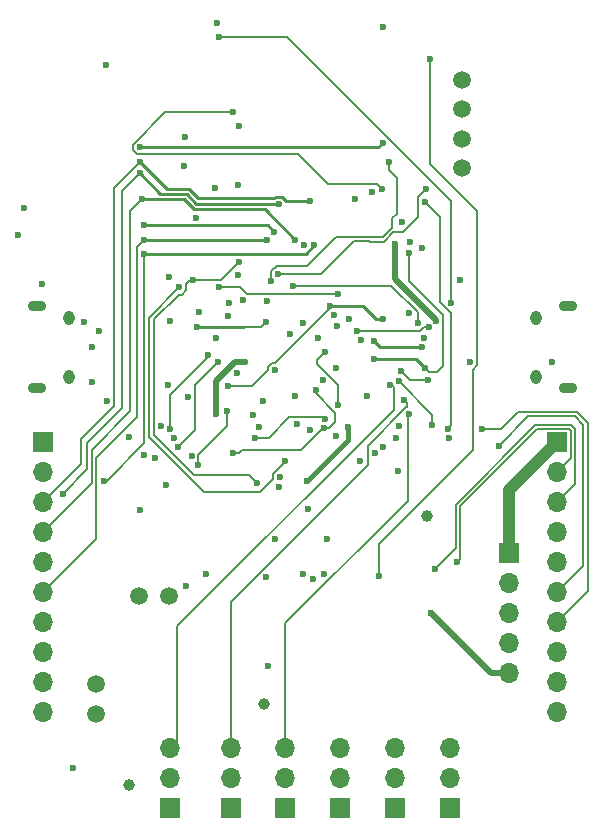
<source format=gbr>
%TF.GenerationSoftware,KiCad,Pcbnew,8.0.2*%
%TF.CreationDate,2024-08-20T16:45:35-03:00*%
%TF.ProjectId,dough,646f7567-682e-46b6-9963-61645f706362,rev?*%
%TF.SameCoordinates,Original*%
%TF.FileFunction,Copper,L3,Inr*%
%TF.FilePolarity,Positive*%
%FSLAX46Y46*%
G04 Gerber Fmt 4.6, Leading zero omitted, Abs format (unit mm)*
G04 Created by KiCad (PCBNEW 8.0.2) date 2024-08-20 16:45:35*
%MOMM*%
%LPD*%
G01*
G04 APERTURE LIST*
%TA.AperFunction,ComponentPad*%
%ADD10C,1.500000*%
%TD*%
%TA.AperFunction,ComponentPad*%
%ADD11R,1.700000X1.700000*%
%TD*%
%TA.AperFunction,ComponentPad*%
%ADD12O,1.700000X1.700000*%
%TD*%
%TA.AperFunction,ComponentPad*%
%ADD13C,1.498600*%
%TD*%
%TA.AperFunction,ComponentPad*%
%ADD14O,1.550000X0.890000*%
%TD*%
%TA.AperFunction,ComponentPad*%
%ADD15O,0.950000X1.250000*%
%TD*%
%TA.AperFunction,ViaPad*%
%ADD16C,0.600000*%
%TD*%
%TA.AperFunction,ViaPad*%
%ADD17C,1.000000*%
%TD*%
%TA.AperFunction,Conductor*%
%ADD18C,0.150000*%
%TD*%
%TA.AperFunction,Conductor*%
%ADD19C,0.200000*%
%TD*%
%TA.AperFunction,Conductor*%
%ADD20C,0.250000*%
%TD*%
%TA.AperFunction,Conductor*%
%ADD21C,0.400000*%
%TD*%
%TA.AperFunction,Conductor*%
%ADD22C,1.000000*%
%TD*%
%TA.AperFunction,Conductor*%
%ADD23C,0.500000*%
%TD*%
G04 APERTURE END LIST*
D10*
%TO.N,GND*%
%TO.C,J1*%
X111470000Y-86970200D03*
%TO.N,Net-(D2-K)*%
X108930000Y-86970200D03*
%TD*%
%TO.N,GND*%
%TO.C,J13*%
X105329801Y-96965100D03*
%TO.N,Net-(J13-Pad2)*%
X105329801Y-94425100D03*
%TD*%
D11*
%TO.N,GND*%
%TO.C,J7*%
X126000000Y-104925000D03*
D12*
%TO.N,Net-(J7-Pin_2)*%
X126000000Y-102385000D03*
%TO.N,SER_3*%
X126000000Y-99845000D03*
%TD*%
D11*
%TO.N,GND*%
%TO.C,J6*%
X130650000Y-104925000D03*
D12*
%TO.N,Net-(J6-Pin_2)*%
X130650000Y-102385000D03*
%TO.N,SER_2*%
X130650000Y-99845000D03*
%TD*%
D11*
%TO.N,GND*%
%TO.C,J12*%
X100800000Y-73975000D03*
D12*
%TO.N,SPI_BIT2*%
X100800000Y-76515000D03*
%TO.N,SPI0_MISO*%
X100800000Y-79055000D03*
%TO.N,SPI0_CLK*%
X100800000Y-81595000D03*
%TO.N,SPI0_MOSI*%
X100800000Y-84135000D03*
%TO.N,SPI_BIT3*%
X100800000Y-86675000D03*
%TO.N,SPI0_CS2*%
X100800000Y-89215000D03*
%TO.N,GPIO6_esp*%
X100800000Y-91755000D03*
%TO.N,CANH*%
X100800000Y-94295000D03*
%TO.N,CANL*%
X100800000Y-96835000D03*
%TD*%
D11*
%TO.N,GND*%
%TO.C,J4*%
X111600000Y-104925000D03*
D12*
%TO.N,Net-(J4-Pin_2)*%
X111600000Y-102385000D03*
%TO.N,SER_6*%
X111600000Y-99845000D03*
%TD*%
D11*
%TO.N,GND*%
%TO.C,J9*%
X116700000Y-104925000D03*
D12*
%TO.N,Net-(J9-Pin_2)*%
X116700000Y-102385000D03*
%TO.N,SER_5*%
X116700000Y-99845000D03*
%TD*%
D13*
%TO.N,GND*%
%TO.C,U11*%
X136308000Y-43271100D03*
%TO.N,UART1_RX*%
X136308000Y-45760300D03*
%TO.N,UART1_TX*%
X136308000Y-48249500D03*
%TO.N,+3V3*%
X136308000Y-50738700D03*
%TD*%
D11*
%TO.N,GND*%
%TO.C,J8*%
X121350000Y-104925000D03*
D12*
%TO.N,Net-(J8-Pin_2)*%
X121350000Y-102385000D03*
%TO.N,SER_4*%
X121350000Y-99845000D03*
%TD*%
D11*
%TO.N,GND*%
%TO.C,J5*%
X135300000Y-104925000D03*
D12*
%TO.N,Net-(J5-Pin_2)*%
X135300000Y-102385000D03*
%TO.N,SER_1*%
X135300000Y-99845000D03*
%TD*%
D14*
%TO.N,GND*%
%TO.C,J10*%
X145300000Y-69400000D03*
D15*
X142600000Y-68400000D03*
X142600000Y-63400000D03*
D14*
X145300000Y-62400000D03*
%TD*%
D11*
%TO.N,GND*%
%TO.C,J2*%
X140300000Y-83325000D03*
D12*
%TO.N,+3V3*%
X140300000Y-85865000D03*
%TO.N,SDA0*%
X140300000Y-88405000D03*
%TO.N,SCL0*%
X140300000Y-90945000D03*
%TO.N,+5V*%
X140300000Y-93485000D03*
%TD*%
D11*
%TO.N,GND*%
%TO.C,J11*%
X144300000Y-73975000D03*
D12*
%TO.N,ADC0*%
X144300000Y-76515000D03*
%TO.N,ADC1*%
X144300000Y-79055000D03*
%TO.N,unconnected-(J11-Pin_4-Pad4)*%
X144300000Y-81595000D03*
%TO.N,GPIO15*%
X144300000Y-84135000D03*
%TO.N,GPIO16*%
X144300000Y-86675000D03*
%TO.N,GPIO17*%
X144300000Y-89215000D03*
%TO.N,GPIO18*%
X144300000Y-91755000D03*
%TO.N,+5V*%
X144300000Y-94295000D03*
%TO.N,+3V3*%
X144300000Y-96835000D03*
%TD*%
D14*
%TO.N,GND*%
%TO.C,J3*%
X100300000Y-62400000D03*
D15*
X103000000Y-63400000D03*
X103000000Y-68400000D03*
D14*
X100300000Y-69400000D03*
%TD*%
D16*
%TO.N,SDA1*%
X124700000Y-71966929D03*
%TO.N,GND*%
X116421402Y-71291772D03*
X116550000Y-62150000D03*
X113975000Y-75850000D03*
X132900000Y-57500000D03*
X126617013Y-72638443D03*
X114600000Y-85100000D03*
X123200000Y-77200000D03*
D17*
X119500000Y-96100000D03*
D16*
X117400000Y-47200000D03*
X120461965Y-67838035D03*
X123300000Y-79600000D03*
%TO.N,+5V*%
X133700000Y-88400000D03*
X134125000Y-63700000D03*
X130600000Y-57200000D03*
D17*
X108100000Y-103000000D03*
D16*
X119900000Y-92900000D03*
X103400000Y-101500000D03*
X112900000Y-86100000D03*
%TO.N,+3V3*%
X128225000Y-70009880D03*
X120500000Y-82187200D03*
X116500000Y-63300000D03*
X117900000Y-67201200D03*
X131774999Y-62988172D03*
X115500000Y-71600000D03*
X115592800Y-38448400D03*
X119458578Y-70458578D03*
D17*
X133300000Y-80200000D03*
D16*
X123459135Y-72957600D03*
X121725735Y-64825735D03*
%TO.N,+1V1*%
X125737734Y-64150548D03*
X122196800Y-70046000D03*
%TO.N,ADC3*%
X113400000Y-75100000D03*
%TO.N,ADC_VREF*%
X117269200Y-68064800D03*
%TO.N,SDA1*%
X119780535Y-62000000D03*
X125840760Y-70800389D03*
X112829492Y-48147232D03*
X130700000Y-73602000D03*
X135200000Y-73602000D03*
X118800000Y-73572647D03*
X112800000Y-50552258D03*
X124671050Y-66301200D03*
%TO.N,SCL1*%
X129600000Y-74400000D03*
X116932842Y-74900000D03*
X117793413Y-61906587D03*
X124638388Y-72764554D03*
X123900000Y-69500000D03*
%TO.N,SER_1*%
X125596244Y-67700748D03*
X129600000Y-38800000D03*
%TO.N,SER_2*%
X133600000Y-41500000D03*
X129300000Y-85300000D03*
X125650000Y-73450000D03*
%TO.N,SER_3*%
X122900000Y-57300000D03*
X122800000Y-63900000D03*
X124543413Y-68656587D03*
%TO.N,SER_4*%
X128700000Y-52800000D03*
X131200000Y-55300000D03*
X131813515Y-71600588D03*
%TO.N,SWCLK*%
X125471224Y-63200000D03*
%TO.N,SWD*%
X124105362Y-65169830D03*
%TO.N,SER_5*%
X131424265Y-70375735D03*
%TO.N,LED_R*%
X111500000Y-60000000D03*
X99200000Y-54100000D03*
%TO.N,LED_G*%
X113900000Y-64200000D03*
X98700000Y-56400000D03*
X119703476Y-63792318D03*
%TO.N,LED_B*%
X111600000Y-63700000D03*
X100700000Y-60600000D03*
%TO.N,BMI_INT2*%
X127700000Y-75548528D03*
%TO.N,BMI_INT1*%
X130900000Y-76354844D03*
%TO.N,Net-(U2-XIN)*%
X126700000Y-63500000D03*
%TO.N,USB1_D-*%
X105600000Y-64500000D03*
X120900000Y-76900000D03*
%TO.N,USB1_D+*%
X120774400Y-77767600D03*
X105000000Y-65900000D03*
%TO.N,Net-(U8-SDO)*%
X130934400Y-72586000D03*
%TO.N,Net-(D4-A)*%
X143900000Y-67200000D03*
%TO.N,Net-(D8-A)*%
X105000000Y-68900000D03*
%TO.N,ESP32_RST*%
X106123058Y-42023058D03*
X127786135Y-65321684D03*
%TO.N,Net-(D9-A)*%
X137000000Y-67200000D03*
%TO.N,Net-(Q1-S)*%
X135350000Y-62150000D03*
X115694400Y-39667600D03*
%TO.N,SPI0_CLK*%
X122200000Y-56800000D03*
X109200000Y-53400000D03*
%TO.N,Net-(D6-A)*%
X104300000Y-63800000D03*
%TO.N,SPI_CS*%
X120395248Y-56147520D03*
X109400000Y-55600000D03*
%TO.N,USB2_D+*%
X117400000Y-58700000D03*
X118900000Y-77400000D03*
X113500000Y-60200000D03*
%TO.N,USB2_D-*%
X121354235Y-75570351D03*
X117324265Y-59824265D03*
X112350000Y-60850000D03*
%TO.N,SD_CD*%
X129600000Y-48600000D03*
X109000000Y-49000000D03*
%TO.N,SPI_BIT3*%
X109400000Y-56800000D03*
X119800000Y-56800000D03*
%TO.N,SPI0_MISO*%
X123400000Y-53500000D03*
X109000000Y-50200000D03*
%TO.N,SPI_BIT2*%
X106025000Y-77206340D03*
X123800000Y-57283884D03*
X109400000Y-58000000D03*
%TO.N,SPI0_MOSI*%
X102500000Y-78300000D03*
X120800000Y-53800000D03*
X109000000Y-51200000D03*
%TO.N,UART1_TX*%
X120725000Y-59700000D03*
X133250000Y-52550000D03*
%TO.N,UART1_RX*%
X120130535Y-60300000D03*
X130100000Y-50200000D03*
%TO.N,SCL0*%
X132925000Y-65900000D03*
X125825000Y-61425000D03*
X128851600Y-65372400D03*
X115700000Y-60800000D03*
%TO.N,SDA0*%
X128851600Y-66896400D03*
X133200000Y-67700000D03*
X131800000Y-57900000D03*
%TO.N,Net-(R18-Pad1)*%
X111400000Y-69100000D03*
%TO.N,/RP2040 section/QSPI_SS*%
X113092893Y-70107107D03*
X124889200Y-82136400D03*
X122300000Y-72450000D03*
%TO.N,Net-(U2-USB_DM)*%
X118601142Y-71682742D03*
%TO.N,Net-(U2-USB_DP)*%
X119127135Y-72675665D03*
%TO.N,SER_6*%
X130208598Y-69119724D03*
%TO.N,Net-(D7-A)*%
X131900000Y-57000000D03*
%TO.N,BUZZER*%
X127200000Y-53400000D03*
X115500000Y-65100000D03*
%TO.N,GPIO17*%
X133400000Y-68700000D03*
X138000000Y-72800000D03*
X131100000Y-67900000D03*
%TO.N,ADC1*%
X115600000Y-67200000D03*
X112225000Y-74375000D03*
X134000000Y-84700000D03*
X124600000Y-85100000D03*
%TO.N,GPIO18*%
X132548703Y-63900000D03*
X122000000Y-60700000D03*
%TO.N,ADC0*%
X122800000Y-85100000D03*
X111575735Y-72824265D03*
X114800000Y-66600000D03*
X135900000Y-84100000D03*
%TO.N,ADC2*%
X111900000Y-73600000D03*
X123700000Y-85500000D03*
%TO.N,GPIO15*%
X133471424Y-64161348D03*
X127432412Y-64500000D03*
%TO.N,GPIO16*%
X130948231Y-68796785D03*
X133800000Y-72500000D03*
X139450000Y-74236828D03*
%TO.N,Net-(Q4-S)*%
X135100000Y-72800000D03*
X133179266Y-53640042D03*
%TO.N,GPIO6_esp*%
X110800000Y-72600000D03*
%TO.N,SPI0_CS2*%
X117300000Y-52200000D03*
X106200000Y-70500000D03*
X114000000Y-62900000D03*
%TO.N,GPIO5_esp*%
X110343413Y-75256587D03*
X111200000Y-77600000D03*
%TO.N,GPIO4_esp*%
X109400000Y-75000000D03*
X109000000Y-79700000D03*
%TO.N,ESP32_BOOT*%
X136150000Y-60200000D03*
%TO.N,Net-(Q5-S)*%
X119674265Y-85374265D03*
X129600000Y-63500000D03*
X125100000Y-62400000D03*
X116520026Y-69199999D03*
%TO.N,RP2040_RST*%
X129500000Y-52500000D03*
X116900000Y-46000000D03*
%TO.N,Net-(U9-IO20)*%
X113800000Y-54975000D03*
%TO.N,Net-(U9-IO19)*%
X115350000Y-52400000D03*
%TO.N,BUTTONS*%
X108100000Y-73500000D03*
%TO.N,Net-(U8-CSB)*%
X128900000Y-74900000D03*
%TO.N,GPIO18*%
X133059135Y-65100000D03*
%TD*%
D18*
%TO.N,GND*%
X113975000Y-75850000D02*
X113975000Y-75025000D01*
X113975000Y-75025000D02*
X116421402Y-72578598D01*
X116421402Y-72578598D02*
X116421402Y-71291772D01*
D19*
%TO.N,SDA1*%
X119927353Y-73572647D02*
X118800000Y-73572647D01*
X121665327Y-71834673D02*
X119927353Y-73572647D01*
X124700000Y-71966929D02*
X124567744Y-71834673D01*
X124567744Y-71834673D02*
X121665327Y-71834673D01*
%TO.N,SCL1*%
X125575000Y-72225000D02*
X125575000Y-71500000D01*
X125035446Y-72764554D02*
X125575000Y-72225000D01*
X124638388Y-72764554D02*
X125035446Y-72764554D01*
X125575000Y-71500000D02*
X123900000Y-69825000D01*
X123900000Y-69825000D02*
X123900000Y-69500000D01*
D18*
%TO.N,SDA1*%
X124000000Y-66972250D02*
X124671050Y-66301200D01*
X124000000Y-67300000D02*
X124000000Y-66972250D01*
X125840760Y-70800389D02*
X125840760Y-69140760D01*
X125840760Y-69140760D02*
X124000000Y-67300000D01*
D19*
%TO.N,SCL1*%
X117400000Y-74900000D02*
X116932842Y-74900000D01*
X117700000Y-74600000D02*
X117400000Y-74900000D01*
X122700000Y-74600000D02*
X117700000Y-74600000D01*
X124535446Y-72764554D02*
X122700000Y-74600000D01*
X124638388Y-72764554D02*
X124535446Y-72764554D01*
D20*
%TO.N,SCL0*%
X132925000Y-65900000D02*
X129379200Y-65900000D01*
X129379200Y-65900000D02*
X128851600Y-65372400D01*
D18*
%TO.N,ADC1*%
X113675000Y-69125000D02*
X115600000Y-67200000D01*
X112225000Y-74375000D02*
X113675000Y-72925000D01*
X113675000Y-72925000D02*
X113675000Y-69125000D01*
D21*
%TO.N,GND*%
X123200000Y-77200000D02*
X126617013Y-73782987D01*
D22*
X140300000Y-83325000D02*
X140300000Y-77975000D01*
D21*
X126617013Y-73782987D02*
X126617013Y-72638443D01*
D22*
X140300000Y-77975000D02*
X144300000Y-73975000D01*
D23*
%TO.N,+5V*%
X140300000Y-93485000D02*
X138785000Y-93485000D01*
X138785000Y-93485000D02*
X133700000Y-88400000D01*
X130600000Y-57200000D02*
X130600000Y-60100000D01*
X134125000Y-63625000D02*
X134125000Y-63700000D01*
X130600000Y-60100000D02*
X134125000Y-63625000D01*
X133700000Y-88400000D02*
X133750000Y-88450000D01*
%TO.N,+3V3*%
X117900000Y-67201200D02*
X117072139Y-67201200D01*
X115500000Y-68773339D02*
X115500000Y-71600000D01*
X117072139Y-67201200D02*
X115500000Y-68773339D01*
D18*
%TO.N,SER_2*%
X137575000Y-67438173D02*
X137575000Y-54375000D01*
X137200000Y-74650000D02*
X137200000Y-67813173D01*
X129300000Y-85300000D02*
X129300000Y-82550000D01*
X137200000Y-67813173D02*
X137575000Y-67438173D01*
X137575000Y-54375000D02*
X133600000Y-50400000D01*
X129300000Y-82550000D02*
X137200000Y-74650000D01*
X133600000Y-50400000D02*
X133600000Y-41500000D01*
D19*
%TO.N,SER_4*%
X131813515Y-71636485D02*
X131700000Y-71750000D01*
X121350000Y-89250000D02*
X121350000Y-99845000D01*
X131813515Y-71600588D02*
X131813515Y-71636485D01*
X131700000Y-78900000D02*
X121350000Y-89250000D01*
X131700000Y-71750000D02*
X131700000Y-78900000D01*
%TO.N,SER_5*%
X131564986Y-71000588D02*
X128300000Y-74265574D01*
X128300000Y-75900000D02*
X116700000Y-87500000D01*
X131600000Y-70551470D02*
X131600000Y-71000000D01*
X131600000Y-71000000D02*
X131599412Y-71000588D01*
X116700000Y-87500000D02*
X116700000Y-99845000D01*
X131424265Y-70375735D02*
X131600000Y-70551470D01*
X128300000Y-74265574D02*
X128300000Y-75900000D01*
X131599412Y-71000588D02*
X131564986Y-71000588D01*
%TO.N,LED_G*%
X119703476Y-63792318D02*
X119270794Y-64225000D01*
X119270794Y-64225000D02*
X117875000Y-64225000D01*
D20*
X117875000Y-64225000D02*
X113925000Y-64225000D01*
D18*
X113925000Y-64225000D02*
X113900000Y-64200000D01*
D19*
%TO.N,Net-(Q1-S)*%
X135350000Y-62150000D02*
X135350000Y-53501471D01*
X135350000Y-53501471D02*
X121516129Y-39667600D01*
X121516129Y-39667600D02*
X115694400Y-39667600D01*
%TO.N,SPI0_CLK*%
X104950000Y-74600000D02*
X104950000Y-77445000D01*
X108200000Y-54400000D02*
X108200000Y-71350000D01*
D20*
X122200000Y-56800000D02*
X122100000Y-56700000D01*
D19*
X104950000Y-77445000D02*
X100800000Y-81595000D01*
X109200000Y-53400000D02*
X108200000Y-54400000D01*
X108200000Y-71350000D02*
X104950000Y-74600000D01*
D20*
X119600000Y-54200000D02*
X122200000Y-56800000D01*
X109200000Y-53400000D02*
X112800000Y-53400000D01*
X112800000Y-53400000D02*
X113600000Y-54200000D01*
X113600000Y-54200000D02*
X119600000Y-54200000D01*
%TO.N,SPI_CS*%
X120395248Y-56147520D02*
X119847728Y-55600000D01*
X119847728Y-55600000D02*
X109400000Y-55600000D01*
D19*
%TO.N,USB2_D+*%
X112598529Y-61450000D02*
X112950000Y-61098529D01*
X110200000Y-63565686D02*
X112315686Y-61450000D01*
X113300000Y-60200000D02*
X113500000Y-60200000D01*
X113565686Y-76750000D02*
X110200000Y-73384314D01*
X112950000Y-60550000D02*
X113300000Y-60200000D01*
X112950000Y-61098529D02*
X112950000Y-60550000D01*
X118900000Y-77400000D02*
X118250000Y-76750000D01*
X110200000Y-73384314D02*
X110200000Y-63565686D01*
X118250000Y-76750000D02*
X113565686Y-76750000D01*
X115900000Y-60200000D02*
X117400000Y-58700000D01*
X113500000Y-60200000D02*
X115900000Y-60200000D01*
X112315686Y-61450000D02*
X112598529Y-61450000D01*
%TO.N,USB2_D-*%
X121116528Y-75808058D02*
X121354235Y-75570351D01*
X120300000Y-76651471D02*
X121129970Y-75821501D01*
X112350000Y-60850000D02*
X109800000Y-63400000D01*
X109800000Y-73550000D02*
X114450000Y-78200000D01*
X121129970Y-75821501D02*
X121116528Y-75808058D01*
X114450000Y-78200000D02*
X119200000Y-78200000D01*
X109800000Y-63400000D02*
X109800000Y-73550000D01*
X120300000Y-77100000D02*
X120300000Y-76651471D01*
X119200000Y-78200000D02*
X120300000Y-77100000D01*
D20*
%TO.N,SD_CD*%
X129200000Y-49000000D02*
X129600000Y-48600000D01*
X109000000Y-49000000D02*
X129200000Y-49000000D01*
D19*
%TO.N,SPI_BIT3*%
X105350000Y-75300000D02*
X105350000Y-82125000D01*
X109400000Y-56800000D02*
X108800000Y-57400000D01*
D20*
X109400000Y-56800000D02*
X119800000Y-56800000D01*
D19*
X108800000Y-71850000D02*
X105350000Y-75300000D01*
X108800000Y-57400000D02*
X108800000Y-71850000D01*
X105350000Y-82125000D02*
X100800000Y-86675000D01*
D20*
%TO.N,SPI0_MISO*%
X120416116Y-53300000D02*
X113972792Y-53300000D01*
X121383884Y-53500000D02*
X121058884Y-53175000D01*
X113972792Y-53300000D02*
X113172792Y-52500000D01*
X113172792Y-52500000D02*
X111300000Y-52500000D01*
X120541116Y-53175000D02*
X120416116Y-53300000D01*
D19*
X106800000Y-52400000D02*
X106800000Y-70900000D01*
X104050000Y-75805000D02*
X100800000Y-79055000D01*
X106800000Y-70900000D02*
X104050000Y-73650000D01*
X104050000Y-73650000D02*
X104050000Y-75805000D01*
D20*
X121058884Y-53175000D02*
X120541116Y-53175000D01*
D19*
X109000000Y-50200000D02*
X106800000Y-52400000D01*
D20*
X123400000Y-53500000D02*
X121383884Y-53500000D01*
X111300000Y-52500000D02*
X109000000Y-50200000D01*
%TO.N,SPI_BIT2*%
X123083884Y-58000000D02*
X109400000Y-58000000D01*
D19*
X106025000Y-77206340D02*
X106243660Y-77206340D01*
X106243660Y-77206340D02*
X109400000Y-74050000D01*
X109400000Y-74050000D02*
X109400000Y-58000000D01*
D20*
X123800000Y-57283884D02*
X123083884Y-58000000D01*
D19*
%TO.N,SPI0_MOSI*%
X104550000Y-74050000D02*
X107500000Y-71100000D01*
D20*
X110750000Y-52950000D02*
X109000000Y-51200000D01*
D19*
X107500000Y-52700000D02*
X109000000Y-51200000D01*
X102500000Y-78300000D02*
X104550000Y-76250000D01*
D20*
X112986396Y-52950000D02*
X110750000Y-52950000D01*
X113786396Y-53750000D02*
X112986396Y-52950000D01*
D19*
X104550000Y-76250000D02*
X104550000Y-74050000D01*
D20*
X120750000Y-53750000D02*
X113786396Y-53750000D01*
X120800000Y-53800000D02*
X120750000Y-53750000D01*
D19*
X107500000Y-71100000D02*
X107500000Y-52700000D01*
D18*
%TO.N,UART1_TX*%
X128443485Y-56950000D02*
X127150000Y-56950000D01*
X132604266Y-54895734D02*
X131300000Y-56200000D01*
X133250000Y-52550000D02*
X132604266Y-53195734D01*
X124400000Y-59700000D02*
X120725000Y-59700000D01*
X130494975Y-56200000D02*
X129721608Y-56973367D01*
X132604266Y-53195734D02*
X132604266Y-54895734D01*
X131300000Y-56200000D02*
X130494975Y-56200000D01*
X128466852Y-56973367D02*
X128443485Y-56950000D01*
X127150000Y-56950000D02*
X124400000Y-59700000D01*
X129721608Y-56973367D02*
X128466852Y-56973367D01*
%TO.N,UART1_RX*%
X120150000Y-60280535D02*
X120130535Y-60300000D01*
X125613173Y-56600000D02*
X123213173Y-59000000D01*
X130100000Y-50900000D02*
X130800000Y-51600000D01*
X123213173Y-59000000D02*
X120611827Y-59000000D01*
X120611827Y-59000000D02*
X120150000Y-59461827D01*
X128611827Y-56623367D02*
X128588460Y-56600000D01*
X130800000Y-54600000D02*
X130400000Y-55000000D01*
X130400000Y-55000000D02*
X130400000Y-55800000D01*
X128588460Y-56600000D02*
X125613173Y-56600000D01*
X129576633Y-56623367D02*
X128611827Y-56623367D01*
X130100000Y-50200000D02*
X130100000Y-50900000D01*
X120150000Y-59461827D02*
X120150000Y-60280535D01*
X130400000Y-55800000D02*
X129576633Y-56623367D01*
X130800000Y-51600000D02*
X130800000Y-54600000D01*
%TO.N,SCL0*%
X117499999Y-60800000D02*
X118124999Y-61425000D01*
X118124999Y-61425000D02*
X125825000Y-61425000D01*
X115700000Y-60800000D02*
X117499999Y-60800000D01*
%TO.N,SDA0*%
X131800000Y-57900000D02*
X131800000Y-60300000D01*
X134200000Y-68000000D02*
X133500000Y-68000000D01*
D20*
X128851600Y-66896400D02*
X132396400Y-66896400D01*
D18*
X131800000Y-60300000D02*
X134700000Y-63200000D01*
X134700000Y-63200000D02*
X134700000Y-67500000D01*
D20*
X132396400Y-66896400D02*
X133200000Y-67700000D01*
D18*
X134700000Y-67500000D02*
X134200000Y-68000000D01*
X133500000Y-68000000D02*
X133200000Y-67700000D01*
D19*
%TO.N,SER_6*%
X130000000Y-69000000D02*
X130198530Y-69000000D01*
X112200000Y-99245000D02*
X111600000Y-99845000D01*
X130198530Y-69000000D02*
X130500000Y-69301470D01*
X130500000Y-69301470D02*
X130500000Y-71200000D01*
X130500000Y-71200000D02*
X112200000Y-89500000D01*
X112200000Y-89500000D02*
X112200000Y-99245000D01*
%TO.N,GPIO17*%
X131100000Y-67900000D02*
X131900000Y-68700000D01*
X146975000Y-86540000D02*
X144300000Y-89215000D01*
X139600000Y-72800000D02*
X141025000Y-71375000D01*
X138000000Y-72800000D02*
X139600000Y-72800000D01*
X146975000Y-72309314D02*
X146975000Y-86540000D01*
X131900000Y-68700000D02*
X133400000Y-68700000D01*
X146040686Y-71375000D02*
X146975000Y-72309314D01*
X141025000Y-71375000D02*
X146040686Y-71375000D01*
D18*
%TO.N,ADC1*%
X145494975Y-72500000D02*
X145850000Y-72855025D01*
X145850000Y-77505000D02*
X144300000Y-79055000D01*
X135769669Y-82930331D02*
X135769669Y-79235356D01*
X135769669Y-79235356D02*
X142505025Y-72500000D01*
X145850000Y-72855025D02*
X145850000Y-77505000D01*
X142505025Y-72500000D02*
X145494975Y-72500000D01*
X134000000Y-84700000D02*
X135769669Y-82930331D01*
%TO.N,GPIO18*%
X132548703Y-63900000D02*
X132548703Y-62948703D01*
X132548703Y-62948703D02*
X130300000Y-60700000D01*
X130300000Y-60700000D02*
X122000000Y-60700000D01*
%TO.N,ADC0*%
X136119669Y-79380331D02*
X142650000Y-72850000D01*
X145500000Y-73000000D02*
X145500000Y-75315000D01*
X136119669Y-83880331D02*
X136119669Y-79380331D01*
X142650000Y-72850000D02*
X145350000Y-72850000D01*
X135900000Y-84100000D02*
X136119669Y-83880331D01*
X111575735Y-69924265D02*
X114800000Y-66700000D01*
X111575735Y-72824265D02*
X111575735Y-69924265D01*
X145350000Y-72850000D02*
X145500000Y-73000000D01*
X114800000Y-66700000D02*
X114800000Y-66600000D01*
X145500000Y-75315000D02*
X144300000Y-76515000D01*
%TO.N,GPIO15*%
X133471424Y-64161348D02*
X133100528Y-64161348D01*
X133100528Y-64161348D02*
X132761876Y-64500000D01*
X132761876Y-64500000D02*
X127432412Y-64500000D01*
D19*
%TO.N,GPIO16*%
X146575000Y-84400000D02*
X144300000Y-86675000D01*
X141925000Y-71775000D02*
X145875000Y-71775000D01*
X139450000Y-74236828D02*
X139463172Y-74236828D01*
X133800000Y-72500000D02*
X133800000Y-71648554D01*
X145875000Y-71775000D02*
X146575000Y-72475000D01*
X133800000Y-71648554D02*
X130948231Y-68796785D01*
X146575000Y-72475000D02*
X146575000Y-84400000D01*
X139463172Y-74236828D02*
X141925000Y-71775000D01*
%TO.N,Net-(Q4-S)*%
X135400000Y-72500000D02*
X135400000Y-63048529D01*
X134451471Y-62100000D02*
X134400000Y-62100000D01*
X134400000Y-62100000D02*
X134400000Y-54860776D01*
X135400000Y-63048529D02*
X134451471Y-62100000D01*
X134400000Y-54860776D02*
X133179266Y-53640042D01*
X135100000Y-72800000D02*
X135400000Y-72500000D01*
%TO.N,Net-(Q5-S)*%
X125100000Y-62600000D02*
X125100000Y-62400000D01*
D20*
X129000000Y-63500000D02*
X129600000Y-63500000D01*
D19*
X116520026Y-69199999D02*
X118500001Y-69199999D01*
D20*
X127900000Y-62400000D02*
X129000000Y-63500000D01*
D19*
X120461965Y-67238035D02*
X125100000Y-62600000D01*
X119861965Y-67838035D02*
X119861965Y-67589506D01*
X119861965Y-67589506D02*
X120213436Y-67238035D01*
D20*
X125100000Y-62400000D02*
X127900000Y-62400000D01*
D19*
X118500001Y-69199999D02*
X119861965Y-67838035D01*
X120213436Y-67238035D02*
X120461965Y-67238035D01*
D18*
%TO.N,RP2040_RST*%
X122450002Y-49575000D02*
X108761827Y-49575000D01*
X129100000Y-52100000D02*
X124975002Y-52100000D01*
X108425000Y-49238173D02*
X108425000Y-48761827D01*
X111186827Y-46000000D02*
X116900000Y-46000000D01*
X129500000Y-52500000D02*
X129100000Y-52100000D01*
X108761827Y-49575000D02*
X108425000Y-49238173D01*
X108425000Y-48761827D02*
X111186827Y-46000000D01*
X124975002Y-52100000D02*
X122450002Y-49575000D01*
%TD*%
M02*

</source>
